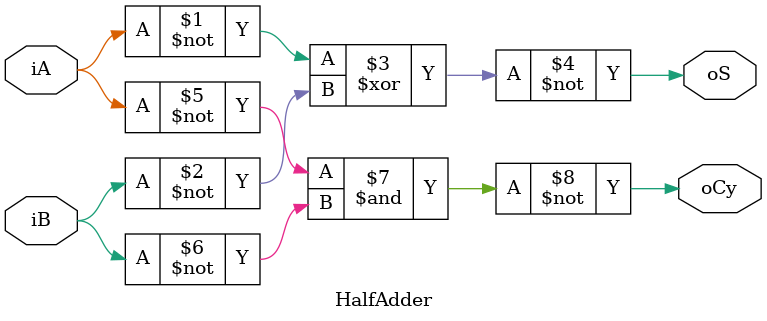
<source format=v>
module HalfAdder(iA, iB, oS, oCy);
	input iA;
	input iB;
	output oS;
	output oCy;

	assign oS = ~(~iA ^ ~iB);
	assign oCy = ~(~iA & ~iB);
endmodule

</source>
